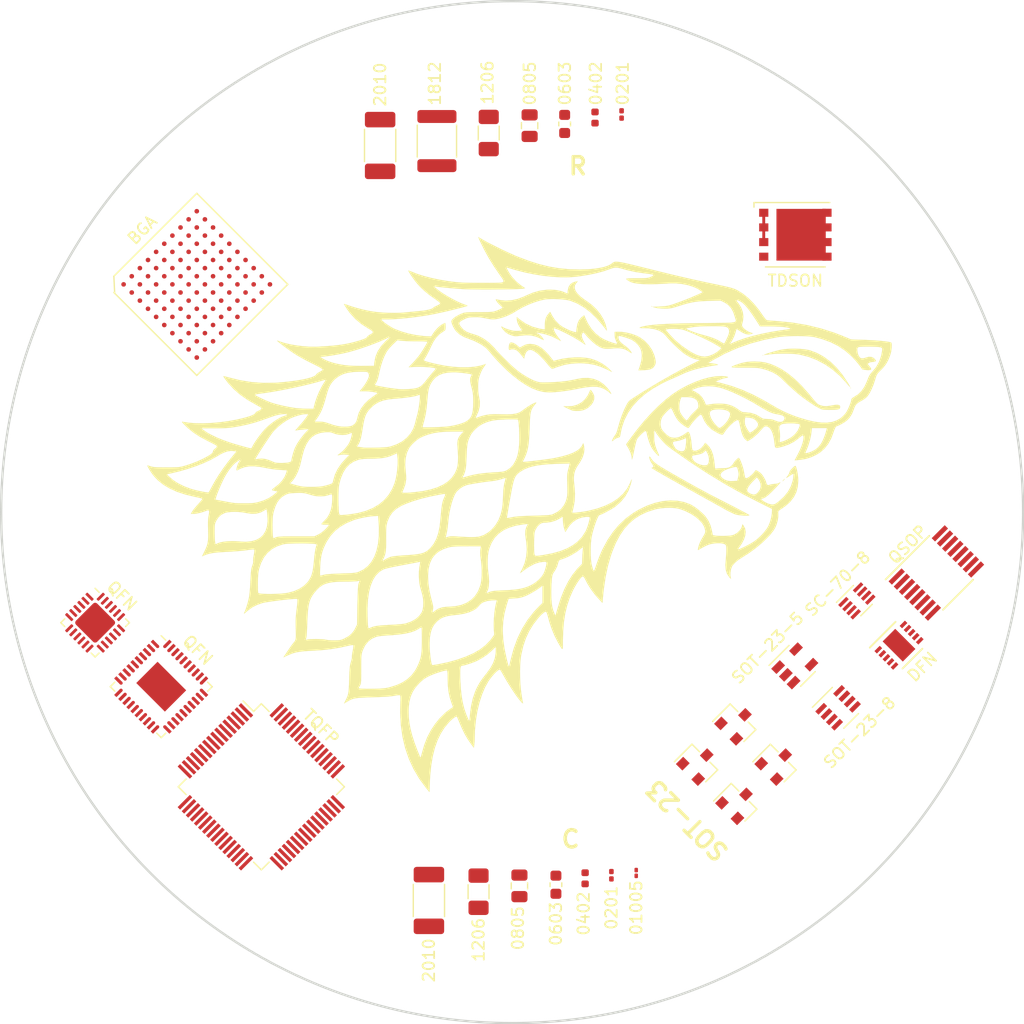
<source format=kicad_pcb>
(kicad_pcb (version 20171130) (host pcbnew "(5.0.0)")
  (layers (0 F.Cu signal) (31 B.Cu signal) (34 B.Paste user) (35 F.Paste user) (36 B.SilkS user) (37 F.SilkS user) (38 B.Mask user) (39 F.Mask user) (44 Edge.Cuts user))
  (net 0 "")
  (net 1 "Net-(R5-Pad1)")
  (net 2 "Net-(R5-Pad2)")
  (net 3 "Net-(R7-Pad2)")
  (net 4 "Net-(R7-Pad1)")
  (net 5 "Net-(R4-Pad1)")
  (net 6 "Net-(R4-Pad2)")
  (net 7 "Net-(R3-Pad1)")
  (net 8 "Net-(R3-Pad2)")
  (net 9 "Net-(R2-Pad1)")
  (net 10 "Net-(R2-Pad2)")
  (net 11 "Net-(R1-Pad1)")
  (net 12 "Net-(R1-Pad2)")
  (net 13 "Net-(Q6-Pad1)")
  (net 14 "Net-(Q3-Pad1)")
  (net 15 "Net-(Q3-Pad2)")
  (net 16 "Net-(Q3-Pad3)")
  (net 17 "Net-(Q2-Pad1)")
  (net 18 "Net-(Q2-Pad2)")
  (net 19 "Net-(Q2-Pad3)")
  (net 20 "Net-(Q4-Pad1)")
  (net 21 "Net-(Q4-Pad2)")
  (net 22 "Net-(Q4-Pad3)")
  (net 23 "Net-(Q5-Pad3)")
  (net 24 "Net-(Q5-Pad2)")
  (net 25 "Net-(Q5-Pad1)")
  (net 26 "Net-(Q7-Pad1)")
  (net 27 "Net-(Q7-Pad2)")
  (net 28 "Net-(Q7-Pad3)")
  (net 29 "Net-(Q1-Pad1)")
  (net 30 "Net-(U1-Pad1)")
  (net 31 "Net-(U1-Pad2)")
  (net 32 "Net-(U1-Pad3)")
  (net 33 "Net-(U1-Pad4)")
  (net 34 "Net-(U1-Pad5)")
  (net 35 "Net-(U5-Pad1)")
  (net 36 "Net-(U5-Pad2)")
  (net 37 "Net-(U5-Pad3)")
  (net 38 "Net-(U5-Pad4)")
  (net 39 "Net-(U5-Pad5)")
  (net 40 "Net-(U5-Pad6)")
  (net 41 "Net-(U5-Pad7)")
  (net 42 "Net-(U5-Pad8)")
  (net 43 "Net-(U5-Pad9)")
  (net 44 "Net-(U5-Pad10)")
  (net 45 "Net-(U5-Pad11)")
  (net 46 "Net-(U5-Pad12)")
  (net 47 "Net-(U5-Pad13)")
  (net 48 "Net-(U5-Pad14)")
  (net 49 "Net-(U5-Pad15)")
  (net 50 "Net-(U5-Pad16)")
  (net 51 "Net-(C7-Pad1)")
  (net 52 "Net-(C7-Pad2)")
  (net 53 "Net-(C6-Pad1)")
  (net 54 "Net-(C6-Pad2)")
  (net 55 "Net-(C4-Pad1)")
  (net 56 "Net-(C4-Pad2)")
  (net 57 "Net-(C3-Pad1)")
  (net 58 "Net-(C3-Pad2)")
  (net 59 "Net-(C2-Pad1)")
  (net 60 "Net-(C2-Pad2)")
  (net 61 "Net-(C1-Pad1)")
  (net 62 "Net-(C1-Pad2)")
  (net 63 "Net-(C5-Pad1)")
  (net 64 "Net-(C5-Pad2)")
  (net 65 "Net-(R6-Pad1)")
  (net 66 "Net-(R6-Pad2)")
  (net 67 "Net-(Q6-Pad3)")
  (net 68 "Net-(Q6-Pad2)")
  (net 69 "Net-(U6-Pad1)")
  (net 70 "Net-(U6-Pad2)")
  (net 71 "Net-(U6-Pad3)")
  (net 72 "Net-(U6-Pad4)")
  (net 73 "Net-(U6-Pad5)")
  (net 74 "Net-(U6-Pad6)")
  (net 75 "Net-(U6-Pad7)")
  (net 76 "Net-(U6-Pad8)")
  (net 77 "Net-(U6-Pad9)")
  (net 78 "Net-(U6-Pad10)")
  (net 79 "Net-(U6-Pad11)")
  (net 80 "Net-(U2-Pad1)")
  (net 81 "Net-(U2-Pad2)")
  (net 82 "Net-(U2-Pad3)")
  (net 83 "Net-(U2-Pad4)")
  (net 84 "Net-(U2-Pad5)")
  (net 85 "Net-(U2-Pad6)")
  (net 86 "Net-(U2-Pad7)")
  (net 87 "Net-(U2-Pad8)")
  (net 88 "Net-(U2-Pad9)")
  (net 89 "Net-(U2-Pad10)")
  (net 90 "Net-(U2-Pad11)")
  (net 91 "Net-(U2-Pad12)")
  (net 92 "Net-(U2-Pad13)")
  (net 93 "Net-(U2-Pad14)")
  (net 94 "Net-(U2-Pad15)")
  (net 95 "Net-(U2-Pad16)")
  (net 96 "Net-(U2-Pad17)")
  (net 97 "Net-(U2-Pad18)")
  (net 98 "Net-(U2-Pad19)")
  (net 99 "Net-(U2-Pad20)")
  (net 100 "Net-(U2-Pad21)")
  (net 101 "Net-(U2-Pad22)")
  (net 102 "Net-(U2-Pad23)")
  (net 103 "Net-(U2-Pad24)")
  (net 104 "Net-(U2-Pad25)")
  (net 105 "Net-(U2-Pad26)")
  (net 106 "Net-(U2-Pad27)")
  (net 107 "Net-(U2-Pad28)")
  (net 108 "Net-(U2-Pad29)")
  (net 109 "Net-(U2-Pad30)")
  (net 110 "Net-(U2-Pad31)")
  (net 111 "Net-(U2-Pad32)")
  (net 112 "Net-(U2-Pad33)")
  (net 113 "Net-(U2-Pad34)")
  (net 114 "Net-(U2-Pad35)")
  (net 115 "Net-(U2-Pad36)")
  (net 116 "Net-(U2-Pad37)")
  (net 117 "Net-(U2-Pad38)")
  (net 118 "Net-(U2-Pad39)")
  (net 119 "Net-(U2-Pad40)")
  (net 120 "Net-(U2-Pad41)")
  (net 121 "Net-(U3-Pad1)")
  (net 122 "Net-(U3-Pad2)")
  (net 123 "Net-(U3-Pad3)")
  (net 124 "Net-(U3-Pad4)")
  (net 125 "Net-(U3-Pad5)")
  (net 126 "Net-(U3-Pad6)")
  (net 127 "Net-(U3-Pad7)")
  (net 128 "Net-(U3-Pad8)")
  (net 129 "Net-(U3-Pad9)")
  (net 130 "Net-(U3-Pad10)")
  (net 131 "Net-(U3-Pad11)")
  (net 132 "Net-(U3-Pad12)")
  (net 133 "Net-(U3-Pad13)")
  (net 134 "Net-(U3-Pad14)")
  (net 135 "Net-(U3-Pad15)")
  (net 136 "Net-(U3-Pad16)")
  (net 137 "Net-(U3-Pad17)")
  (net 138 "Net-(U3-Pad18)")
  (net 139 "Net-(U3-Pad19)")
  (net 140 "Net-(U3-Pad20)")
  (net 141 "Net-(U7-Pad1)")
  (net 142 "Net-(U7-Pad2)")
  (net 143 "Net-(U7-Pad3)")
  (net 144 "Net-(U7-Pad4)")
  (net 145 "Net-(U7-Pad5)")
  (net 146 "Net-(U1-Pad8)")
  (net 147 "Net-(U1-Pad9)")
  (net 148 "Net-(U1-Pad10)")
  (net 149 "Net-(U1-Pad6)")
  (net 150 "Net-(U1-Pad13)")
  (net 151 "Net-(U1-Pad7)")
  (net 152 "Net-(U1-Pad14)")
  (net 153 "Net-(Q1-Pad4)")
  (net 154 "Net-(Q1-Pad5)")
  (net 155 "Net-(U3-Pad21)")
  (net 156 "Net-(U3-Pad22)")
  (net 157 "Net-(U3-Pad23)")
  (net 158 "Net-(U3-Pad24)")
  (net 159 "Net-(U3-Pad25)")
  (net 160 "Net-(U3-Pad26)")
  (net 161 "Net-(U3-Pad27)")
  (net 162 "Net-(U3-Pad29)")
  (net 163 "Net-(U3-Pad30)")
  (net 164 "Net-(U3-Pad31)")
  (net 165 "Net-(U3-Pad32)")
  (net 166 "Net-(U3-Pad33)")
  (net 167 "Net-(U3-Pad34)")
  (net 168 "Net-(U3-Pad35)")
  (net 169 "Net-(U3-Pad36)")
  (net 170 "Net-(U3-Pad37)")
  (net 171 "Net-(U3-Pad38)")
  (net 172 "Net-(U3-Pad39)")
  (net 173 "Net-(U3-Pad40)")
  (net 174 "Net-(U3-Pad41)")
  (net 175 "Net-(U3-Pad42)")
  (net 176 "Net-(U3-Pad43)")
  (net 177 "Net-(U3-Pad44)")
  (net 178 "Net-(U3-Pad45)")
  (net 179 "Net-(U3-Pad46)")
  (net 180 "Net-(U3-Pad47)")
  (net 181 "Net-(U3-Pad48)")
  (net 182 "Net-(U3-Pad49)")
  (net 183 "Net-(U3-Pad50)")
  (net 184 "Net-(U3-Pad51)")
  (net 185 "Net-(U3-Pad52)")
  (net 186 "Net-(U3-Pad53)")
  (net 187 "Net-(U3-Pad54)")
  (net 188 "Net-(U3-Pad55)")
  (net 189 "Net-(U3-Pad56)")
  (net 190 "Net-(U3-Pad57)")
  (net 191 "Net-(U3-Pad58)")
  (net 192 "Net-(U3-Pad59)")
  (net 193 "Net-(U3-Pad60)")
  (net 194 "Net-(U3-Pad61)")
  (net 195 "Net-(U3-Pad62)")
  (net 196 "Net-(U3-Pad63)")
  (net 197 "Net-(U3-Pad64)")
  (net 198 "Net-(U1-Pad25)")
  (net 199 "Net-(U1-Pad11)")
  (net 200 "Net-(U1-Pad12)")
  (net 201 "Net-(U1-Pad15)")
  (net 202 "Net-(U1-Pad16)")
  (net 203 "Net-(U1-Pad17)")
  (net 204 "Net-(U1-Pad18)")
  (net 205 "Net-(U1-Pad19)")
  (net 206 "Net-(U1-Pad20)")
  (net 207 "Net-(U1-Pad21)")
  (net 208 "Net-(U1-Pad22)")
  (net 209 "Net-(U1-Pad23)")
  (net 210 "Net-(U1-Pad24)")
  (net 211 "Net-(U4-PadA1)")
  (net 212 "Net-(U4-PadB1)")
  (net 213 "Net-(U4-PadC1)")
  (net 214 "Net-(U4-PadD1)")
  (net 215 "Net-(U4-PadE1)")
  (net 216 "Net-(U4-PadF1)")
  (net 217 "Net-(U4-PadG1)")
  (net 218 "Net-(U4-PadH1)")
  (net 219 "Net-(U4-PadJ1)")
  (net 220 "Net-(U4-PadK1)")
  (net 221 "Net-(U4-PadA2)")
  (net 222 "Net-(U4-PadB2)")
  (net 223 "Net-(U4-PadC2)")
  (net 224 "Net-(U4-PadD2)")
  (net 225 "Net-(U4-PadE2)")
  (net 226 "Net-(U4-PadF2)")
  (net 227 "Net-(U4-PadG2)")
  (net 228 "Net-(U4-PadH2)")
  (net 229 "Net-(U4-PadJ2)")
  (net 230 "Net-(U4-PadK2)")
  (net 231 "Net-(U4-PadA3)")
  (net 232 "Net-(U4-PadB3)")
  (net 233 "Net-(U4-PadC3)")
  (net 234 "Net-(U4-PadD3)")
  (net 235 "Net-(U4-PadE3)")
  (net 236 "Net-(U4-PadF3)")
  (net 237 "Net-(U4-PadG3)")
  (net 238 "Net-(U4-PadH3)")
  (net 239 "Net-(U4-PadJ3)")
  (net 240 "Net-(U4-PadK3)")
  (net 241 "Net-(U4-PadA4)")
  (net 242 "Net-(U4-PadB4)")
  (net 243 "Net-(U4-PadC4)")
  (net 244 "Net-(U4-PadD4)")
  (net 245 "Net-(U4-PadE4)")
  (net 246 "Net-(U4-PadF4)")
  (net 247 "Net-(U4-PadG4)")
  (net 248 "Net-(U4-PadH4)")
  (net 249 "Net-(U4-PadJ4)")
  (net 250 "Net-(U4-PadK4)")
  (net 251 "Net-(U4-PadA5)")
  (net 252 "Net-(U4-PadB5)")
  (net 253 "Net-(U4-PadC5)")
  (net 254 "Net-(U4-PadD5)")
  (net 255 "Net-(U4-PadE5)")
  (net 256 "Net-(U4-PadF5)")
  (net 257 "Net-(U4-PadG5)")
  (net 258 "Net-(U4-PadH5)")
  (net 259 "Net-(U4-PadJ5)")
  (net 260 "Net-(U4-PadK5)")
  (net 261 "Net-(U4-PadA6)")
  (net 262 "Net-(U4-PadB6)")
  (net 263 "Net-(U4-PadC6)")
  (net 264 "Net-(U4-PadD6)")
  (net 265 "Net-(U4-PadE6)")
  (net 266 "Net-(U4-PadF6)")
  (net 267 "Net-(U4-PadG6)")
  (net 268 "Net-(U4-PadH6)")
  (net 269 "Net-(U4-PadJ6)")
  (net 270 "Net-(U4-PadK6)")
  (net 271 "Net-(U4-PadA7)")
  (net 272 "Net-(U4-PadB7)")
  (net 273 "Net-(U4-PadC7)")
  (net 274 "Net-(U4-PadD7)")
  (net 275 "Net-(U4-PadE7)")
  (net 276 "Net-(U4-PadF7)")
  (net 277 "Net-(U4-PadG7)")
  (net 278 "Net-(U4-PadH7)")
  (net 279 "Net-(U4-PadJ7)")
  (net 280 "Net-(U4-PadK7)")
  (net 281 "Net-(U4-PadA8)")
  (net 282 "Net-(U4-PadB8)")
  (net 283 "Net-(U4-PadC8)")
  (net 284 "Net-(U4-PadD8)")
  (net 285 "Net-(U4-PadE8)")
  (net 286 "Net-(U4-PadF8)")
  (net 287 "Net-(U4-PadG8)")
  (net 288 "Net-(U4-PadH8)")
  (net 289 "Net-(U4-PadJ8)")
  (net 290 "Net-(U4-PadK8)")
  (net 291 "Net-(U4-PadA9)")
  (net 292 "Net-(U4-PadB9)")
  (net 293 "Net-(U4-PadC9)")
  (net 294 "Net-(U4-PadD9)")
  (net 295 "Net-(U4-PadE9)")
  (net 296 "Net-(U4-PadF9)")
  (net 297 "Net-(U4-PadG9)")
  (net 298 "Net-(U4-PadH9)")
  (net 299 "Net-(U4-PadJ9)")
  (net 300 "Net-(U4-PadK9)")
  (net 301 "Net-(U4-PadA10)")
  (net 302 "Net-(U4-PadB10)")
  (net 303 "Net-(U4-PadC10)")
  (net 304 "Net-(U4-PadD10)")
  (net 305 "Net-(U4-PadE10)")
  (net 306 "Net-(U4-PadF10)")
  (net 307 "Net-(U4-PadG10)")
  (net 308 "Net-(U4-PadH10)")
  (net 309 "Net-(U4-PadJ10)")
  (net 310 "Net-(U4-PadK10)")
  (module Package_DFN_QFN:DFN-10-1EP_3x3mm_P0.5mm_EP1.55x2.48mm (layer F.Cu) (at 173.355604 119.525125 45)
    (fp_text reference DFN (at 0.102192 2.770636 45) (layer F.SilkS))
    (fp_text value AD7171)
    (pad 1 smd rect (at -1.55 -1 45) (size 0.65 0.3) (layers F.Cu F.Paste F.Mask) (net 69 "Net-(U6-Pad1)"))
    (pad 2 smd rect (at -1.55 -0.5 45) (size 0.65 0.3) (layers F.Cu F.Paste F.Mask) (net 70 "Net-(U6-Pad2)"))
    (pad 3 smd rect (at -1.550001 0 45) (size 0.65 0.3) (layers F.Cu F.Paste F.Mask) (net 71 "Net-(U6-Pad3)"))
    (pad 4 smd rect (at -1.55 0.5 45) (size 0.65 0.3) (layers F.Cu F.Paste F.Mask) (net 72 "Net-(U6-Pad4)"))
    (pad 5 smd rect (at -1.55 1 45) (size 0.65 0.3) (layers F.Cu F.Paste F.Mask) (net 73 "Net-(U6-Pad5)"))
    (pad 6 smd rect (at 1.55 1 45) (size 0.65 0.3) (layers F.Cu F.Paste F.Mask) (net 74 "Net-(U6-Pad6)"))
    (pad 7 smd rect (at 1.55 0.5 45) (size 0.65 0.3) (layers F.Cu F.Paste F.Mask) (net 75 "Net-(U6-Pad7)"))
    (pad 8 smd rect (at 1.550001 0 45) (size 0.65 0.3) (layers F.Cu F.Paste F.Mask) (net 76 "Net-(U6-Pad8)"))
    (pad 9 smd rect (at 1.55 -0.5 45) (size 0.65 0.3) (layers F.Cu F.Paste F.Mask) (net 77 "Net-(U6-Pad9)"))
    (pad 10 smd rect (at 1.55 -1 45) (size 0.65 0.3) (layers F.Cu F.Paste F.Mask) (net 78 "Net-(U6-Pad10)"))
    (pad 11 smd rect (at 0 0 45) (size 1.55 2.48) (layers F.Cu F.Mask) (net 79 "Net-(U6-Pad11)"))
  )
  (module Package_BGA:BGA-100_11.0x11.0mm_Layout10x10_P1.0mm_Ball0.5mm_Pad0.4mm_NSMD (layer F.Cu) (at 112.268 88.138 45)
    (fp_text reference BGA (at 0 -6.7 45) (layer F.SilkS))
    (fp_text value EPM240F100)
    (pad A1 smd circle (at -4.5 -4.5 45) (size 0.4 0.4) (layers F.Cu F.Paste F.Mask) (net 211 "Net-(U4-PadA1)"))
    (pad B1 smd circle (at -4.5 -3.5 45) (size 0.4 0.4) (layers F.Cu F.Paste F.Mask) (net 212 "Net-(U4-PadB1)"))
    (pad C1 smd circle (at -4.5 -2.5 45) (size 0.4 0.4) (layers F.Cu F.Paste F.Mask) (net 213 "Net-(U4-PadC1)"))
    (pad D1 smd circle (at -4.5 -1.5 45) (size 0.4 0.4) (layers F.Cu F.Paste F.Mask) (net 214 "Net-(U4-PadD1)"))
    (pad E1 smd circle (at -4.5 -0.5 45) (size 0.4 0.4) (layers F.Cu F.Paste F.Mask) (net 215 "Net-(U4-PadE1)"))
    (pad F1 smd circle (at -4.5 0.5 45) (size 0.4 0.4) (layers F.Cu F.Paste F.Mask) (net 216 "Net-(U4-PadF1)"))
    (pad G1 smd circle (at -4.5 1.5 45) (size 0.4 0.4) (layers F.Cu F.Paste F.Mask) (net 217 "Net-(U4-PadG1)"))
    (pad H1 smd circle (at -4.5 2.5 45) (size 0.4 0.4) (layers F.Cu F.Paste F.Mask) (net 218 "Net-(U4-PadH1)"))
    (pad J1 smd circle (at -4.5 3.5 45) (size 0.4 0.4) (layers F.Cu F.Paste F.Mask) (net 219 "Net-(U4-PadJ1)"))
    (pad K1 smd circle (at -4.5 4.5 45) (size 0.4 0.4) (layers F.Cu F.Paste F.Mask) (net 220 "Net-(U4-PadK1)"))
    (pad A2 smd circle (at -3.5 -4.5 45) (size 0.4 0.4) (layers F.Cu F.Paste F.Mask) (net 221 "Net-(U4-PadA2)"))
    (pad B2 smd circle (at -3.5 -3.5 45) (size 0.4 0.4) (layers F.Cu F.Paste F.Mask) (net 222 "Net-(U4-PadB2)"))
    (pad C2 smd circle (at -3.5 -2.5 45) (size 0.4 0.4) (layers F.Cu F.Paste F.Mask) (net 223 "Net-(U4-PadC2)"))
    (pad D2 smd circle (at -3.5 -1.5 45) (size 0.4 0.4) (layers F.Cu F.Paste F.Mask) (net 224 "Net-(U4-PadD2)"))
    (pad E2 smd circle (at -3.5 -0.5 45) (size 0.4 0.4) (layers F.Cu F.Paste F.Mask) (net 225 "Net-(U4-PadE2)"))
    (pad F2 smd circle (at -3.5 0.5 45) (size 0.4 0.4) (layers F.Cu F.Paste F.Mask) (net 226 "Net-(U4-PadF2)"))
    (pad G2 smd circle (at -3.5 1.5 45) (size 0.4 0.4) (layers F.Cu F.Paste F.Mask) (net 227 "Net-(U4-PadG2)"))
    (pad H2 smd circle (at -3.5 2.5 45) (size 0.4 0.4) (layers F.Cu F.Paste F.Mask) (net 228 "Net-(U4-PadH2)"))
    (pad J2 smd circle (at -3.5 3.5 45) (size 0.4 0.4) (layers F.Cu F.Paste F.Mask) (net 229 "Net-(U4-PadJ2)"))
    (pad K2 smd circle (at -3.5 4.5 45) (size 0.4 0.4) (layers F.Cu F.Paste F.Mask) (net 230 "Net-(U4-PadK2)"))
    (pad A3 smd circle (at -2.5 -4.5 45) (size 0.4 0.4) (layers F.Cu F.Paste F.Mask) (net 231 "Net-(U4-PadA3)"))
    (pad B3 smd circle (at -2.5 -3.5 45) (size 0.4 0.4) (layers F.Cu F.Paste F.Mask) (net 232 "Net-(U4-PadB3)"))
    (pad C3 smd circle (at -2.5 -2.5 45) (size 0.4 0.4) (layers F.Cu F.Paste F.Mask) (net 233 "Net-(U4-PadC3)"))
    (pad D3 smd circle (at -2.5 -1.5 45) (size 0.4 0.4) (layers F.Cu F.Paste F.Mask) (net 234 "Net-(U4-PadD3)"))
    (pad E3 smd circle (at -2.5 -0.5 45) (size 0.4 0.4) (layers F.Cu F.Paste F.Mask) (net 235 "Net-(U4-PadE3)"))
    (pad F3 smd circle (at -2.5 0.5 45) (size 0.4 0.4) (layers F.Cu F.Paste F.Mask) (net 236 "Net-(U4-PadF3)"))
    (pad G3 smd circle (at -2.5 1.5 45) (size 0.4 0.4) (layers F.Cu F.Paste F.Mask) (net 237 "Net-(U4-PadG3)"))
    (pad H3 smd circle (at -2.5 2.5 45) (size 0.4 0.4) (layers F.Cu F.Paste F.Mask) (net 238 "Net-(U4-PadH3)"))
    (pad J3 smd circle (at -2.5 3.5 45) (size 0.4 0.4) (layers F.Cu F.Paste F.Mask) (net 239 "Net-(U4-PadJ3)"))
    (pad K3 smd circle (at -2.5 4.5 45) (size 0.4 0.4) (layers F.Cu F.Paste F.Mask) (net 240 "Net-(U4-PadK3)"))
    (pad A4 smd circle (at -1.5 -4.5 45) (size 0.4 0.4) (layers F.Cu F.Paste F.Mask) (net 241 "Net-(U4-PadA4)"))
    (pad B4 smd circle (at -1.5 -3.5 45) (size 0.4 0.4) (layers F.Cu F.Paste F.Mask) (net 242 "Net-(U4-PadB4)"))
    (pad C4 smd circle (at -1.5 -2.5 45) (size 0.4 0.4) (layers F.Cu F.Paste F.Mask) (net 243 "Net-(U4-PadC4)"))
    (pad D4 smd circle (at -1.5 -1.5 45) (size 0.4 0.4) (layers F.Cu F.Paste F.Mask) (net 244 "Net-(U4-PadD4)"))
    (pad E4 smd circle (at -1.5 -0.5 45) (size 0.4 0.4) (layers F.Cu F.Paste F.Mask) (net 245 "Net-(U4-PadE4)"))
    (pad F4 smd circle (at -1.5 0.5 45) (size 0.4 0.4) (layers F.Cu F.Paste F.Mask) (net 246 "Net-(U4-PadF4)"))
    (pad G4 smd circle (at -1.5 1.5 45) (size 0.4 0.4) (layers F.Cu F.Paste F.Mask) (net 247 "Net-(U4-PadG4)"))
    (pad H4 smd circle (at -1.5 2.5 45) (size 0.4 0.4) (layers F.Cu F.Paste F.Mask) (net 248 "Net-(U4-PadH4)"))
    (pad J4 smd circle (at -1.5 3.5 45) (size 0.4 0.4) (layers F.Cu F.Paste F.Mask) (net 249 "Net-(U4-PadJ4)"))
    (pad K4 smd circle (at -1.5 4.5 45) (size 0.4 0.4) (layers F.Cu F.Paste F.Mask) (net 250 "Net-(U4-PadK4)"))
    (pad A5 smd circle (at -0.5 -4.5 45) (size 0.4 0.4) (layers F.Cu F.Paste F.Mask) (net 251 "Net-(U4-PadA5)"))
    (pad B5 smd circle (at -0.5 -3.5 45) (size 0.4 0.4) (layers F.Cu F.Paste F.Mask) (net 252 "Net-(U4-PadB5)"))
    (pad C5 smd circle (at -0.5 -2.5 45) (size 0.4 0.4) (layers F.Cu F.Paste F.Mask) (net 253 "Net-(U4-PadC5)"))
    (pad D5 smd circle (at -0.5 -1.5 45) (size 0.4 0.4) (layers F.Cu F.Paste F.Mask) (net 254 "Net-(U4-PadD5)"))
    (pad E5 smd circle (at -0.5 -0.5 45) (size 0.4 0.4) (layers F.Cu F.Paste F.Mask) (net 255 "Net-(U4-PadE5)"))
    (pad F5 smd circle (at -0.5 0.5 45) (size 0.4 0.4) (layers F.Cu F.Paste F.Mask) (net 256 "Net-(U4-PadF5)"))
    (pad G5 smd circle (at -0.5 1.5 45) (size 0.4 0.4) (layers F.Cu F.Paste F.Mask) (net 257 "Net-(U4-PadG5)"))
    (pad H5 smd circle (at -0.5 2.5 45) (size 0.4 0.4) (layers F.Cu F.Paste F.Mask) (net 258 "Net-(U4-PadH5)"))
    (pad J5 smd circle (at -0.5 3.5 45) (size 0.4 0.4) (layers F.Cu F.Paste F.Mask) (net 259 "Net-(U4-PadJ5)"))
    (pad K5 smd circle (at -0.5 4.5 45) (size 0.4 0.4) (layers F.Cu F.Paste F.Mask) (net 260 "Net-(U4-PadK5)"))
    (pad A6 smd circle (at 0.5 -4.5 45) (size 0.4 0.4) (layers F.Cu F.Paste F.Mask) (net 261 "Net-(U4-PadA6)"))
    (pad B6 smd circle (at 0.5 -3.5 45) (size 0.4 0.4) (layers F.Cu F.Paste F.Mask) (net 262 "Net-(U4-PadB6)"))
    (pad C6 smd circle (at 0.5 -2.5 45) (size 0.4 0.4) (layers F.Cu F.Paste F.Mask) (net 263 "Net-(U4-PadC6)"))
    (pad D6 smd circle (at 0.5 -1.5 45) (size 0.4 0.4) (layers F.Cu F.Paste F.Mask) (net 264 "Net-(U4-PadD6)"))
    (pad E6 smd circle (at 0.5 -0.5 45) (size 0.4 0.4) (layers F.Cu F.Paste F.Mask) (net 265 "Net-(U4-PadE6)"))
    (pad F6 smd circle (at 0.5 0.5 45) (size 0.4 0.4) (layers F.Cu F.Paste F.Mask) (net 266 "Net-(U4-PadF6)"))
    (pad G6 smd circle (at 0.5 1.5 45) (size 0.4 0.4) (layers F.Cu F.Paste F.Mask) (net 267 "Net-(U4-PadG6)"))
    (pad H6 smd circle (at 0.5 2.5 45) (size 0.4 0.4) (layers F.Cu F.Paste F.Mask) (net 268 "Net-(U4-PadH6)"))
    (pad J6 smd circle (at 0.5 3.5 45) (size 0.4 0.4) (layers F.Cu F.Paste F.Mask) (net 269 "Net-(U4-PadJ6)"))
    (pad K6 smd circle (at 0.5 4.5 45) (size 0.4 0.4) (layers F.Cu F.Paste F.Mask) (net 270 "Net-(U4-PadK6)"))
    (pad A7 smd circle (at 1.5 -4.5 45) (size 0.4 0.4) (layers F.Cu F.Paste F.Mask) (net 271 "Net-(U4-PadA7)"))
    (pad B7 smd circle (at 1.5 -3.5 45) (size 0.4 0.4) (layers F.Cu F.Paste F.Mask) (net 272 "Net-(U4-PadB7)"))
    (pad C7 smd circle (at 1.5 -2.5 45) (size 0.4 0.4) (layers F.Cu F.Paste F.Mask) (net 273 "Net-(U4-PadC7)"))
    (pad D7 smd circle (at 1.5 -1.5 45) (size 0.4 0.4) (layers F.Cu F.Paste F.Mask) (net 274 "Net-(U4-PadD7)"))
    (pad E7 smd circle (at 1.5 -0.5 45) (size 0.4 0.4) (layers F.Cu F.Paste F.Mask) (net 275 "Net-(U4-PadE7)"))
    (pad F7 smd circle (at 1.5 0.5 45) (size 0.4 0.4) (layers F.Cu F.Paste F.Mask) (net 276 "Net-(U4-PadF7)"))
    (pad G7 smd circle (at 1.5 1.5 45) (size 0.4 0.4) (layers F.Cu F.Paste F.Mask) (net 277 "Net-(U4-PadG7)"))
    (pad H7 smd circle (at 1.5 2.5 45) (size 0.4 0.4) (layers F.Cu F.Paste F.Mask) (net 278 "Net-(U4-PadH7)"))
    (pad J7 smd circle (at 1.5 3.5 45) (size 0.4 0.4) (layers F.Cu F.Paste F.Mask) (net 279 "Net-(U4-PadJ7)"))
    (pad K7 smd circle (at 1.5 4.5 45) (size 0.4 0.4) (layers F.Cu F.Paste F.Mask) (net 280 "Net-(U4-PadK7)"))
    (pad A8 smd circle (at 2.5 -4.5 45) (size 0.4 0.4) (layers F.Cu F.Paste F.Mask) (net 281 "Net-(U4-PadA8)"))
    (pad B8 smd circle (at 2.5 -3.5 45) (size 0.4 0.4) (layers F.Cu F.Paste F.Mask) (net 282 "Net-(U4-PadB8)"))
    (pad C8 smd circle (at 2.5 -2.5 45) (size 0.4 0.4) (layers F.Cu F.Paste F.Mask) (net 283 "Net-(U4-PadC8)"))
    (pad D8 smd circle (at 2.5 -1.5 45) (size 0.4 0.4) (layers F.Cu F.Paste F.Mask) (net 284 "Net-(U4-PadD8)"))
    (pad E8 smd circle (at 2.5 -0.5 45) (size 0.4 0.4) (layers F.Cu F.Paste F.Mask) (net 285 "Net-(U4-PadE8)"))
    (pad F8 smd circle (at 2.5 0.5 45) (size 0.4 0.4) (layers F.Cu F.Paste F.Mask) (net 286 "Net-(U4-PadF8)"))
    (pad G8 smd circle (at 2.5 1.5 45) (size 0.4 0.4) (layers F.Cu F.Paste F.Mask) (net 287 "Net-(U4-PadG8)"))
    (pad H8 smd circle (at 2.5 2.5 45) (size 0.4 0.4) (layers F.Cu F.Paste F.Mask) (net 288 "Net-(U4-PadH8)"))
    (pad J8 smd circle (at 2.5 3.5 45) (size 0.4 0.4) (layers F.Cu F.Paste F.Mask) (net 289 "Net-(U4-PadJ8)"))
    (pad K8 smd circle (at 2.5 4.5 45) (size 0.4 0.4) (layers F.Cu F.Paste F.Mask) (net 290 "Net-(U4-PadK8)"))
    (pad A9 smd circle (at 3.5 -4.5 45) (size 0.4 0.4) (layers F.Cu F.Paste F.Mask) (net 291 "Net-(U4-PadA9)"))
    (pad B9 smd circle (at 3.5 -3.5 45) (size 0.4 0.4) (layers F.Cu F.Paste F.Mask) (net 292 "Net-(U4-PadB9)"))
    (pad C9 smd circle (at 3.5 -2.5 45) (size 0.4 0.4) (layers F.Cu F.Paste F.Mask) (net 293 "Net-(U4-PadC9)"))
    (pad D9 smd circle (at 3.5 -1.5 45) (size 0.4 0.4) (layers F.Cu F.Paste F.Mask) (net 294 "Net-(U4-PadD9)"))
    (pad E9 smd circle (at 3.5 -0.5 45) (size 0.4 0.4) (layers F.Cu F.Paste F.Mask) (net 295 "Net-(U4-PadE9)"))
    (pad F9 smd circle (at 3.5 0.5 45) (size 0.4 0.4) (layers F.Cu F.Paste F.Mask) (net 296 "Net-(U4-PadF9)"))
    (pad G9 smd circle (at 3.5 1.5 45) (size 0.4 0.4) (layers F.Cu F.Paste F.Mask) (net 297 "Net-(U4-PadG9)"))
    (pad H9 smd circle (at 3.5 2.5 45) (size 0.4 0.4) (layers F.Cu F.Paste F.Mask) (net 298 "Net-(U4-PadH9)"))
    (pad J9 smd circle (at 3.5 3.5 45) (size 0.4 0.4) (layers F.Cu F.Paste F.Mask) (net 299 "Net-(U4-PadJ9)"))
    (pad K9 smd circle (at 3.5 4.5 45) (size 0.4 0.4) (layers F.Cu F.Paste F.Mask) (net 300 "Net-(U4-PadK9)"))
    (pad A10 smd circle (at 4.5 -4.5 45) (size 0.4 0.4) (layers F.Cu F.Paste F.Mask) (net 301 "Net-(U4-PadA10)"))
    (pad B10 smd circle (at 4.5 -3.5 45) (size 0.4 0.4) (layers F.Cu F.Paste F.Mask) (net 302 "Net-(U4-PadB10)"))
    (pad C10 smd circle (at 4.5 -2.5 45) (size 0.4 0.4) (layers F.Cu F.Paste F.Mask) (net 303 "Net-(U4-PadC10)"))
    (pad D10 smd circle (at 4.5 -1.5 45) (size 0.4 0.4) (layers F.Cu F.Paste F.Mask) (net 304 "Net-(U4-PadD10)"))
    (pad E10 smd circle (at 4.5 -0.5 45) (size 0.4 0.4) (layers F.Cu F.Paste F.Mask) (net 305 "Net-(U4-PadE10)"))
    (pad F10 smd circle (at 4.5 0.5 45) (size 0.4 0.4) (layers F.Cu F.Paste F.Mask) (net 306 "Net-(U4-PadF10)"))
    (pad G10 smd circle (at 4.5 1.5 45) (size 0.4 0.4) (layers F.Cu F.Paste F.Mask) (net 307 "Net-(U4-PadG10)"))
    (pad H10 smd circle (at 4.5 2.5 45) (size 0.4 0.4) (layers F.Cu F.Paste F.Mask) (net 308 "Net-(U4-PadH10)"))
    (pad J10 smd circle (at 4.5 3.5 45) (size 0.4 0.4) (layers F.Cu F.Paste F.Mask) (net 309 "Net-(U4-PadJ10)"))
    (pad K10 smd circle (at 4.5 4.5 45) (size 0.4 0.4) (layers F.Cu F.Paste F.Mask) (net 310 "Net-(U4-PadK10)"))
  )
  (module Package_SO:QSOP-16_3.9x4.9mm_P0.635mm (layer F.Cu) (at 176.603699 113.244956 45)
    (fp_text reference QSOP (at 0 -3.5 45) (layer F.SilkS))
    (fp_text value MAX1113)
    (pad 1 smd rect (at -2.6543 -2.2225 45) (size 1.6 0.41) (layers F.Cu F.Paste F.Mask) (net 35 "Net-(U5-Pad1)"))
    (pad 2 smd rect (at -2.654301 -1.5875 45) (size 1.6 0.41) (layers F.Cu F.Paste F.Mask) (net 36 "Net-(U5-Pad2)"))
    (pad 3 smd rect (at -2.6543 -0.9525 45) (size 1.6 0.41) (layers F.Cu F.Paste F.Mask) (net 37 "Net-(U5-Pad3)"))
    (pad 4 smd rect (at -2.6543 -0.3175 45) (size 1.6 0.41) (layers F.Cu F.Paste F.Mask) (net 38 "Net-(U5-Pad4)"))
    (pad 5 smd rect (at -2.6543 0.3175 45) (size 1.6 0.41) (layers F.Cu F.Paste F.Mask) (net 39 "Net-(U5-Pad5)"))
    (pad 6 smd rect (at -2.6543 0.9525 45) (size 1.6 0.41) (layers F.Cu F.Paste F.Mask) (net 40 "Net-(U5-Pad6)"))
    (pad 7 smd rect (at -2.654301 1.5875 45) (size 1.6 0.41) (layers F.Cu F.Paste F.Mask) (net 41 "Net-(U5-Pad7)"))
    (pad 8 smd rect (at -2.6543 2.2225 45) (size 1.6 0.41) (layers F.Cu F.Paste F.Mask) (net 42 "Net-(U5-Pad8)"))
    (pad 9 smd rect (at 2.6543 2.2225 45) (size 1.6 0.41) (layers F.Cu F.Paste F.Mask) (net 43 "Net-(U5-Pad9)"))
    (pad 10 smd rect (at 2.654301 1.5875 45) (size 1.6 0.41) (layers F.Cu F.Paste F.Mask) (net 44 "Net-(U5-Pad10)"))
    (pad 11 smd rect (at 2.6543 0.9525 45) (size 1.6 0.41) (layers F.Cu F.Paste F.Mask) (net 45 "Net-(U5-Pad11)"))
    (pad 12 smd rect (at 2.6543 0.3175 45) (size 1.6 0.41) (layers F.Cu F.Paste F.Mask) (net 46 "Net-(U5-Pad12)"))
    (pad 13 smd rect (at 2.6543 -0.3175 45) (size 1.6 0.41) (layers F.Cu F.Paste F.Mask) (net 47 "Net-(U5-Pad13)"))
    (pad 14 smd rect (at 2.6543 -0.9525 45) (size 1.6 0.41) (layers F.Cu F.Paste F.Mask) (net 48 "Net-(U5-Pad14)"))
    (pad 15 smd rect (at 2.654301 -1.5875 45) (size 1.6 0.41) (layers F.Cu F.Paste F.Mask) (net 49 "Net-(U5-Pad15)"))
    (pad 16 smd rect (at 2.6543 -2.2225 45) (size 1.6 0.41) (layers F.Cu F.Paste F.Mask) (net 50 "Net-(U5-Pad16)"))
  )
  (module Package_QFP:TQFP-64_10x10mm_P0.5mm (layer F.Cu) (at 117.885057 131.844775 315)
    (fp_text reference TQFP (at 0 -7.35 315) (layer F.SilkS))
    (fp_text value ADS1298_TQFP)
    (pad 1 smd rect (at -5.65 -3.75 315) (size 1.5 0.3) (layers F.Cu F.Paste F.Mask) (net 121 "Net-(U3-Pad1)"))
    (pad 2 smd rect (at -5.65 -3.25 315) (size 1.5 0.3) (layers F.Cu F.Paste F.Mask) (net 122 "Net-(U3-Pad2)"))
    (pad 3 smd rect (at -5.65 -2.75 315) (size 1.5 0.3) (layers F.Cu F.Paste F.Mask) (net 123 "Net-(U3-Pad3)"))
    (pad 4 smd rect (at -5.65 -2.25 315) (size 1.5 0.3) (layers F.Cu F.Paste F.Mask) (net 124 "Net-(U3-Pad4)"))
    (pad 5 smd rect (at -5.65 -1.75 315) (size 1.5 0.3) (layers F.Cu F.Paste F.Mask) (net 125 "Net-(U3-Pad5)"))
    (pad 6 smd rect (at -5.65 -1.25 315) (size 1.5 0.3) (layers F.Cu F.Paste F.Mask) (net 126 "Net-(U3-Pad6)"))
    (pad 7 smd rect (at -5.65 -0.75 315) (size 1.5 0.3) (layers F.Cu F.Paste F.Mask) (net 127 "Net-(U3-Pad7)"))
    (pad 8 smd rect (at -5.65 -0.25 315) (size 1.5 0.3) (layers F.Cu F.Paste F.Mask) (net 128 "Net-(U3-Pad8)"))
    (pad 9 smd rect (at -5.65 0.25 315) (size 1.5 0.3) (layers F.Cu F.Paste F.Mask) (net 129 "Net-(U3-Pad9)"))
    (pad 10 smd rect (at -5.65 0.75 315) (size 1.5 0.3) (layers F.Cu F.Paste F.Mask) (net 130 "Net-(U3-Pad10)"))
    (pad 11 smd rect (at -5.65 1.25 315) (size 1.5 0.3) (layers F.Cu F.Paste F.Mask) (net 131 "Net-(U3-Pad11)"))
    (pad 12 smd rect (at -5.65 1.75 315) (size 1.5 0.3) (layers F.Cu F.Paste F.Mask) (net 132 "Net-(U3-Pad12)"))
    (pad 13 smd rect (at -5.65 2.25 315) (size 1.5 0.3) (layers F.Cu F.Paste F.Mask) (net 133 "Net-(U3-Pad13)"))
    (pad 14 smd rect (at -5.65 2.75 315) (size 1.5 0.3) (layers F.Cu F.Paste F.Mask) (net 134 "Net-(U3-Pad14)"))
    (pad 15 smd rect (at -5.65 3.25 315) (size 1.5 0.3) (layers F.Cu F.Paste F.Mask) (net 135 "Net-(U3-Pad15)"))
    (pad 16 smd rect (at -5.65 3.75 315) (size 1.5 0.3) (layers F.Cu F.Paste F.Mask) (net 136 "Net-(U3-Pad16)"))
    (pad 17 smd rect (at -3.75 5.65 315) (size 0.3 1.5) (layers F.Cu F.Paste F.Mask) (net 137 "Net-(U3-Pad17)"))
    (pad 18 smd rect (at -3.25 5.65 315) (size 0.3 1.5) (layers F.Cu F.Paste F.Mask) (net 138 "Net-(U3-Pad18)"))
    (pad 19 smd rect (at -2.75 5.65 315) (size 0.3 1.5) (layers F.Cu F.Paste F.Mask) (net 139 "Net-(U3-Pad19)"))
    (pad 20 smd rect (at -2.25 5.65 315) (size 0.3 1.5) (layers F.Cu F.Paste F.Mask) (net 140 "Net-(U3-Pad20)"))
    (pad 21 smd rect (at -1.75 5.65 315) (size 0.3 1.5) (layers F.Cu F.Paste F.Mask) (net 155 "Net-(U3-Pad21)"))
    (pad 22 smd rect (at -1.25 5.65 315) (size 0.3 1.5) (layers F.Cu F.Paste F.Mask) (net 156 "Net-(U3-Pad22)"))
    (pad 23 smd rect (at -0.75 5.65 315) (size 0.3 1.5) (layers F.Cu F.Paste F.Mask) (net 157 "Net-(U3-Pad23)"))
    (pad 24 smd rect (at -0.25 5.65 315) (size 0.3 1.5) (layers F.Cu F.Paste F.Mask) (net 158 "Net-(U3-Pad24)"))
    (pad 25 smd rect (at 0.25 5.65 315) (size 0.3 1.5) (layers F.Cu F.Paste F.Mask) (net 159 "Net-(U3-Pad25)"))
    (pad 26 smd rect (at 0.75 5.65 315) (size 0.3 1.5) (layers F.Cu F.Paste F.Mask) (net 160 "Net-(U3-Pad26)"))
    (pad 27 smd rect (at 1.25 5.65 315) (size 0.3 1.5) (layers F.Cu F.Paste F.Mask) (net 161 "Net-(U3-Pad27)"))
    (pad 28 smd rect (at 1.75 5.65 315) (size 0.3 1.5) (layers F.Cu F.Paste F.Mask))
    (pad 29 smd rect (at 2.25 5.65 315) (size 0.3 1.5) (layers F.Cu F.Paste F.Mask) (net 162 "Net-(U3-Pad29)"))
    (pad 30 smd rect (at 2.75 5.65 315) (size 0.3 1.5) (layers F.Cu F.Paste F.Mask) (net 163 "Net-(U3-Pad30)"))
    (pad 31 smd rect (at 3.25 5.65 315) (size 0.3 1.5) (layers F.Cu F.Paste F.Mask) (net 164 "Net-(U3-Pad31)"))
    (pad 32 smd rect (at 3.75 5.65 315) (size 0.3 1.5) (layers F.Cu F.Paste F.Mask) (net 165 "Net-(U3-Pad32)"))
    (pad 33 smd rect (at 5.65 3.75 315) (size 1.5 0.3) (layers F.Cu F.Paste F.Mask) (net 166 "Net-(U3-Pad33)"))
    (pad 34 smd rect (at 5.65 3.25 315) (size 1.5 0.3) (layers F.Cu F.Paste F.Mask) (net 167 "Net-(U3-Pad34)"))
    (pad 35 smd rect (at 5.65 2.75 315) (size 1.5 0.3) (layers F.Cu F.Paste F.Mask) (net 168 "Net-(U3-Pad35)"))
    (pad 36 smd rect (at 5.65 2.25 315) (size 1.5 0.3) (layers F.Cu F.Paste F.Mask) (net 169 "Net-(U3-Pad36)"))
    (pad 37 smd rect (at 5.65 1.75 315) (size 1.5 0.3) (layers F.Cu F.Paste F.Mask) (net 170 "Net-(U3-Pad37)"))
    (pad 38 smd rect (at 5.65 1.25 315) (size 1.5 0.3) (layers F.Cu F.Paste F.Mask) (net 171 "Net-(U3-Pad38)"))
    (pad 39 smd rect (at 5.65 0.75 315) (size 1.5 0.3) (layers F.Cu F.Paste F.Mask) (net 172 "Net-(U3-Pad39)"))
    (pad 40 smd rect (at 5.65 0.25 315) (size 1.5 0.3) (layers F.Cu F.Paste F.Mask) (net 173 "Net-(U3-Pad40)"))
    (pad 41 smd rect (at 5.65 -0.25 315) (size 1.5 0.3) (layers F.Cu F.Paste F.Mask) (net 174 "Net-(U3-Pad41)"))
    (pad 42 smd rect (at 5.65 -0.75 315) (size 1.5 0.3) (layers F.Cu F.Paste F.Mask) (net 175 "Net-(U3-Pad42)"))
    (pad 43 smd rect (at 5.65 -1.25 315) (size 1.5 0.3) (layers F.Cu F.Paste F.Mask) (net 176 "Net-(U3-Pad43)"))
    (pad 44 smd rect (at 5.65 -1.75 315) (size 1.5 0.3) (layers F.Cu F.Paste F.Mask) (net 177 "Net-(U3-Pad44)"))
    (pad 45 smd rect (at 5.65 -2.25 315) (size 1.5 0.3) (layers F.Cu F.Paste F.Mask) (net 178 "Net-(U3-Pad45)"))
    (pad 46 smd rect (at 5.65 -2.75 315) (size 1.5 0.3) (layers F.Cu F.Paste F.Mask) (net 179 "Net-(U3-Pad46)"))
    (pad 47 smd rect (at 5.65 -3.25 315) (size 1.5 0.3) (layers F.Cu F.Paste F.Mask) (net 180 "Net-(U3-Pad47)"))
    (pad 48 smd rect (at 5.65 -3.75 315) (size 1.5 0.3) (layers F.Cu F.Paste F.Mask) (net 181 "Net-(U3-Pad48)"))
    (pad 49 smd rect (at 3.75 -5.65 315) (size 0.3 1.5) (layers F.Cu F.Paste F.Mask) (net 182 "Net-(U3-Pad49)"))
    (pad 50 smd rect (at 3.25 -5.65 315) (size 0.3 1.5) (layers F.Cu F.Paste F.Mask) (net 183 "Net-(U3-Pad50)"))
    (pad 51 smd rect (at 2.75 -5.65 315) (size 0.3 1.5) (layers F.Cu F.Paste F.Mask) (net 184 "Net-(U3-Pad51)"))
    (pad 52 smd rect (at 2.25 -5.65 315) (size 0.3 1.5) (layers F.Cu F.Paste F.Mask) (net 185 "Net-(U3-Pad52)"))
    (pad 53 smd rect (at 1.75 -5.65 315) (size 0.3 1.5) (layers F.Cu F.Paste F.Mask) (net 186 "Net-(U3-Pad53)"))
    (pad 54 smd rect (at 1.25 -5.65 315) (size 0.3 1.5) (layers F.Cu F.Paste F.Mask) (net 187 "Net-(U3-Pad54)"))
    (pad 55 smd rect (at 0.75 -5.65 315) (size 0.3 1.5) (layers F.Cu F.Paste F.Mask) (net 188 "Net-(U3-Pad55)"))
    (pad 56 smd rect (at 0.25 -5.65 315) (size 0.3 1.5) (layers F.Cu F.Paste F.Mask) (net 189 "Net-(U3-Pad56)"))
    (pad 57 smd rect (at -0.25 -5.65 315) (size 0.3 1.5) (layers F.Cu F.Paste F.Mask) (net 190 "Net-(U3-Pad57)"))
    (pad 58 smd rect (at -0.75 -5.65 315) (size 0.3 1.5) (layers F.Cu F.Paste F.Mask) (net 191 "Net-(U3-Pad58)"))
    (pad 59 smd rect (at -1.25 -5.65 315) (size 0.3 1.5) (layers F.Cu F.Paste F.Mask) (net 192 "Net-(U3-Pad59)"))
    (pad 60 smd rect (at -1.75 -5.65 315) (size 0.3 1.5) (layers F.Cu F.Paste F.Mask) (net 193 "Net-(U3-Pad60)"))
    (pad 61 smd rect (at -2.25 -5.65 315) (size 0.3 1.5) (layers F.Cu F.Paste F.Mask) (net 194 "Net-(U3-Pad61)"))
    (pad 62 smd rect (at -2.75 -5.65 315) (size 0.3 1.5) (layers F.Cu F.Paste F.Mask) (net 195 "Net-(U3-Pad62)"))
    (pad 63 smd rect (at -3.25 -5.65 315) (size 0.3 1.5) (layers F.Cu F.Paste F.Mask) (net 196 "Net-(U3-Pad63)"))
    (pad 64 smd rect (at -3.75 -5.65 315) (size 0.3 1.5) (layers F.Cu F.Paste F.Mask) (net 197 "Net-(U3-Pad64)"))
  )
  (module Package_DFN_QFN:QFN-24-1EP_4x4mm_P0.5mm_EP2.6x2.6mm (layer F.Cu) (at 103.426844 117.566167 315)
    (fp_text reference QFN (at 0 -3.3 315) (layer F.SilkS))
    (fp_text value CP2104)
    (pad 25 smd roundrect (at 0 0 315) (size 2.6 2.6) (layers F.Cu F.Mask) (roundrect_rratio 0.096154) (net 198 "Net-(U1-Pad25)"))
    (pad 1 smd roundrect (at -1.9375 -1.25 315) (size 0.825 0.25) (layers F.Cu F.Paste F.Mask) (net 30 "Net-(U1-Pad1)"))
    (pad 2 smd roundrect (at -1.937499 -0.75 315) (size 0.825 0.25) (layers F.Cu F.Paste F.Mask) (net 31 "Net-(U1-Pad2)"))
    (pad 3 smd roundrect (at -1.9375 -0.25 315) (size 0.825 0.25) (layers F.Cu F.Paste F.Mask) (net 32 "Net-(U1-Pad3)"))
    (pad 4 smd roundrect (at -1.9375 0.25 315) (size 0.825 0.25) (layers F.Cu F.Paste F.Mask) (net 33 "Net-(U1-Pad4)"))
    (pad 5 smd roundrect (at -1.937499 0.75 315) (size 0.825 0.25) (layers F.Cu F.Paste F.Mask) (net 34 "Net-(U1-Pad5)"))
    (pad 6 smd roundrect (at -1.9375 1.25 315) (size 0.825 0.25) (layers F.Cu F.Paste F.Mask) (net 149 "Net-(U1-Pad6)"))
    (pad 7 smd roundrect (at -1.25 1.9375 315) (size 0.25 0.825) (layers F.Cu F.Paste F.Mask) (net 151 "Net-(U1-Pad7)"))
    (pad 8 smd roundrect (at -0.75 1.937499 315) (size 0.25 0.825) (layers F.Cu F.Paste F.Mask) (net 146 "Net-(U1-Pad8)"))
    (pad 9 smd roundrect (at -0.25 1.9375 315) (size 0.25 0.825) (layers F.Cu F.Paste F.Mask) (net 147 "Net-(U1-Pad9)"))
    (pad 10 smd roundrect (at 0.25 1.9375 315) (size 0.25 0.825) (layers F.Cu F.Paste F.Mask) (net 148 "Net-(U1-Pad10)"))
    (pad 11 smd roundrect (at 0.75 1.937499 315) (size 0.25 0.825) (layers F.Cu F.Paste F.Mask) (net 199 "Net-(U1-Pad11)"))
    (pad 12 smd roundrect (at 1.25 1.9375 315) (size 0.25 0.825) (layers F.Cu F.Paste F.Mask) (net 200 "Net-(U1-Pad12)"))
    (pad 13 smd roundrect (at 1.9375 1.25 315) (size 0.825 0.25) (layers F.Cu F.Paste F.Mask) (net 150 "Net-(U1-Pad13)"))
    (pad 14 smd roundrect (at 1.937499 0.75 315) (size 0.825 0.25) (layers F.Cu F.Paste F.Mask) (net 152 "Net-(U1-Pad14)"))
    (pad 15 smd roundrect (at 1.9375 0.25 315) (size 0.825 0.25) (layers F.Cu F.Paste F.Mask) (net 201 "Net-(U1-Pad15)"))
    (pad 16 smd roundrect (at 1.9375 -0.25 315) (size 0.825 0.25) (layers F.Cu F.Paste F.Mask) (net 202 "Net-(U1-Pad16)"))
    (pad 17 smd roundrect (at 1.937499 -0.75 315) (size 0.825 0.25) (layers F.Cu F.Paste F.Mask) (net 203 "Net-(U1-Pad17)"))
    (pad 18 smd roundrect (at 1.9375 -1.25 315) (size 0.825 0.25) (layers F.Cu F.Paste F.Mask) (net 204 "Net-(U1-Pad18)"))
    (pad 19 smd roundrect (at 1.25 -1.9375 315) (size 0.25 0.825) (layers F.Cu F.Paste F.Mask) (net 205 "Net-(U1-Pad19)"))
    (pad 20 smd roundrect (at 0.75 -1.937499 315) (size 0.25 0.825) (layers F.Cu F.Paste F.Mask) (net 206 "Net-(U1-Pad20)"))
    (pad 21 smd roundrect (at 0.25 -1.9375 315) (size 0.25 0.825) (layers F.Cu F.Paste F.Mask) (net 207 "Net-(U1-Pad21)"))
    (pad 22 smd roundrect (at -0.25 -1.9375 315) (size 0.25 0.825) (layers F.Cu F.Paste F.Mask) (net 208 "Net-(U1-Pad22)"))
    (pad 23 smd roundrect (at -0.75 -1.937499 315) (size 0.25 0.825) (layers F.Cu F.Paste F.Mask) (net 209 "Net-(U1-Pad23)"))
    (pad 24 smd roundrect (at -1.25 -1.9375 315) (size 0.25 0.825) (layers F.Cu F.Paste F.Mask) (net 210 "Net-(U1-Pad24)"))
  )
  (module Package_TO_SOT_SMD:SC-70-8 (layer F.Cu) (at 169.688902 115.669626 45)
    (fp_text reference SC-70-8 (at -0.12111 -2.237659 45) (layer F.SilkS))
    (fp_text value LMV321)
    (pad 1 smd rect (at -0.9 -0.75 315) (size 0.3 1) (layers F.Cu F.Paste F.Mask) (net 141 "Net-(U7-Pad1)"))
    (pad 2 smd rect (at -0.9 -0.25 315) (size 0.3 1) (layers F.Cu F.Paste F.Mask) (net 142 "Net-(U7-Pad2)"))
    (pad 3 smd rect (at -0.9 0.25 315) (size 0.3 1) (layers F.Cu F.Paste F.Mask) (net 143 "Net-(U7-Pad3)"))
    (pad 4 smd rect (at -0.9 0.75 315) (size 0.3 1) (layers F.Cu F.Paste F.Mask) (net 144 "Net-(U7-Pad4)"))
    (pad 5 smd rect (at 0.9 0.75 315) (size 0.3 1) (layers F.Cu F.Paste F.Mask) (net 145 "Net-(U7-Pad5)"))
    (pad 6 smd rect (at 0.9 0.25 315) (size 0.3 1) (layers F.Cu F.Paste F.Mask))
    (pad 7 smd rect (at 0.9 -0.25 315) (size 0.3 1) (layers F.Cu F.Paste F.Mask))
    (pad 8 smd rect (at 0.9 -0.75 315) (size 0.3 1) (layers F.Cu F.Paste F.Mask))
  )
  (module Package_TO_SOT_SMD:TDSON-8-1 (layer F.Cu) (at 164.338 83.82)
    (fp_text reference TDSON (at 0 4) (layer F.SilkS))
    (fp_text value CSD16322Q5)
    (pad 1 smd rect (at -2.75 -1.91 270) (size 0.7 0.8) (layers F.Cu F.Paste F.Mask) (net 29 "Net-(Q1-Pad1)"))
    (pad 2 smd rect (at -2.75 -0.64 270) (size 0.7 0.8) (layers F.Cu F.Paste F.Mask) (net 29 "Net-(Q1-Pad1)"))
    (pad 3 smd rect (at -2.75 0.64 270) (size 0.7 0.8) (layers F.Cu F.Paste F.Mask) (net 29 "Net-(Q1-Pad1)"))
    (pad 4 smd rect (at -2.75 1.91 270) (size 0.7 0.8) (layers F.Cu F.Paste F.Mask) (net 153 "Net-(Q1-Pad4)"))
    (pad 5 smd rect (at 2.75 1.91 270) (size 0.7 0.8) (layers F.Cu F.Paste F.Mask) (net 154 "Net-(Q1-Pad5)"))
    (pad 5 smd rect (at 2.75 0.64 270) (size 0.7 0.8) (layers F.Cu F.Paste F.Mask) (net 154 "Net-(Q1-Pad5)"))
    (pad 5 smd rect (at 2.75 -0.64 270) (size 0.7 0.8) (layers F.Cu F.Paste F.Mask) (net 154 "Net-(Q1-Pad5)"))
    (pad 5 smd rect (at 2.75 -1.91 270) (size 0.7 0.8) (layers F.Cu F.Paste F.Mask) (net 154 "Net-(Q1-Pad5)"))
    (pad 5 smd rect (at 0.5 0 270) (size 4.5 4.29) (layers F.Cu F.Mask) (net 154 "Net-(Q1-Pad5)"))
  )
  (module Capacitor_SMD:C_2010_5025Metric (layer F.Cu) (at 132.461 141.732 270)
    (fp_text reference 2010 (at 5.207 0 270) (layer F.SilkS))
    (fp_text value C)
    (pad 1 smd roundrect (at -2.25 0 270) (size 1.35 2.65) (layers F.Cu F.Paste F.Mask) (roundrect_rratio 0.185185) (net 51 "Net-(C7-Pad1)"))
    (pad 2 smd roundrect (at 2.25 0 270) (size 1.35 2.65) (layers F.Cu F.Paste F.Mask) (roundrect_rratio 0.185185) (net 52 "Net-(C7-Pad2)"))
  )
  (module Resistor_SMD:R_1812_4532Metric (layer F.Cu) (at 133.156561 75.673238 270)
    (fp_text reference 1812 (at -5.011182 0.179605 270) (layer F.SilkS))
    (fp_text value R)
    (pad 1 smd roundrect (at -2.1375 0 270) (size 1.125 3.4) (layers F.Cu F.Paste F.Mask) (roundrect_rratio 0.222222) (net 65 "Net-(R6-Pad1)"))
    (pad 2 smd roundrect (at 2.1375 0 270) (size 1.125 3.4) (layers F.Cu F.Paste F.Mask) (roundrect_rratio 0.222222) (net 66 "Net-(R6-Pad2)"))
  )
  (module Capacitor_SMD:C_01005_0402Metric (layer F.Cu) (at 150.495 139.34 270)
    (fp_text reference 01005 (at 3.027 0 270) (layer F.SilkS))
    (fp_text value C)
    (pad 1 smd roundrect (at -0.25 0 270) (size 0.4 0.3) (layers F.Cu F.Mask) (net 61 "Net-(C1-Pad1)"))
    (pad 2 smd roundrect (at 0.25 0 270) (size 0.4 0.3) (layers F.Cu F.Mask) (net 62 "Net-(C1-Pad2)"))
  )
  (module Capacitor_SMD:C_0201_0603Metric (layer F.Cu) (at 148.336 139.537 270)
    (fp_text reference 0201 (at 2.83 0 270) (layer F.SilkS))
    (fp_text value C)
    (pad 1 smd roundrect (at -0.32 0 270) (size 0.46 0.4) (layers F.Cu F.Mask) (net 59 "Net-(C2-Pad1)"))
    (pad 2 smd roundrect (at 0.32 0 270) (size 0.46 0.4) (layers F.Cu F.Mask) (net 60 "Net-(C2-Pad2)"))
  )
  (module Capacitor_SMD:C_0402_1005Metric (layer F.Cu) (at 146.05 139.804 270)
    (fp_text reference 0402 (at 3.071 0.127 270) (layer F.SilkS))
    (fp_text value C)
    (pad 1 smd roundrect (at -0.485 0 270) (size 0.59 0.64) (layers F.Cu F.Paste F.Mask) (net 57 "Net-(C3-Pad1)"))
    (pad 2 smd roundrect (at 0.485 0 270) (size 0.59 0.64) (layers F.Cu F.Paste F.Mask) (net 58 "Net-(C3-Pad2)"))
  )
  (module Capacitor_SMD:C_0603_1608Metric (layer F.Cu) (at 143.51 140.3605 270)
    (fp_text reference 0603 (at 3.4035 0 270) (layer F.SilkS))
    (fp_text value C)
    (pad 1 smd roundrect (at -0.7875 0 270) (size 0.875 0.95) (layers F.Cu F.Paste F.Mask) (net 55 "Net-(C4-Pad1)"))
    (pad 2 smd roundrect (at 0.7875 0 270) (size 0.875 0.95) (layers F.Cu F.Paste F.Mask) (net 56 "Net-(C4-Pad2)"))
  )
  (module Capacitor_SMD:C_0805_2012Metric (layer F.Cu) (at 140.335 140.462 270)
    (fp_text reference 0805 (at 3.683 0.127 270) (layer F.SilkS))
    (fp_text value C)
    (pad 1 smd roundrect (at -0.9375 0 270) (size 0.975 1.4) (layers F.Cu F.Paste F.Mask) (net 63 "Net-(C5-Pad1)"))
    (pad 2 smd roundrect (at 0.9375 0 270) (size 0.975 1.4) (layers F.Cu F.Paste F.Mask) (net 64 "Net-(C5-Pad2)"))
  )
  (module Capacitor_SMD:C_1206_3216Metric (layer F.Cu) (at 136.779 140.97 270)
    (fp_text reference 1206 (at 4.191 0 270) (layer F.SilkS))
    (fp_text value C)
    (pad 1 smd roundrect (at -1.4 0 270) (size 1.25 1.75) (layers F.Cu F.Paste F.Mask) (roundrect_rratio 0.2) (net 53 "Net-(C6-Pad1)"))
    (pad 2 smd roundrect (at 1.4 0 270) (size 1.25 1.75) (layers F.Cu F.Paste F.Mask) (roundrect_rratio 0.2) (net 54 "Net-(C6-Pad2)"))
  )
  (module Package_DFN_QFN:Texas_S-PVQFN-N40_EP3.52x2.62mm (layer F.Cu) (at 109.174208 123.133926 315)
    (fp_text reference QFN (at 0 -4.5 315) (layer F.SilkS))
    (fp_text value DRV8308)
    (pad 1 smd rect (at -3.045 -2.25 315) (size 0.71 0.28) (layers F.Cu F.Paste F.Mask) (net 80 "Net-(U2-Pad1)"))
    (pad 1 smd circle (at -2.69 -2.25 315) (size 0.28 0.28) (layers F.Cu F.Paste F.Mask) (net 80 "Net-(U2-Pad1)"))
    (pad 2 smd rect (at -3.045 -1.75 315) (size 0.71 0.28) (layers F.Cu F.Paste F.Mask) (net 81 "Net-(U2-Pad2)"))
    (pad 2 smd circle (at -2.69 -1.75 315) (size 0.28 0.28) (layers F.Cu F.Paste F.Mask) (net 81 "Net-(U2-Pad2)"))
    (pad 3 smd rect (at -3.045 -1.25 315) (size 0.71 0.28) (layers F.Cu F.Paste F.Mask) (net 82 "Net-(U2-Pad3)"))
    (pad 3 smd circle (at -2.69 -1.25 315) (size 0.28 0.28) (layers F.Cu F.Paste F.Mask) (net 82 "Net-(U2-Pad3)"))
    (pad 4 smd rect (at -3.045 -0.75 315) (size 0.71 0.28) (layers F.Cu F.Paste F.Mask) (net 83 "Net-(U2-Pad4)"))
    (pad 4 smd circle (at -2.69 -0.75 315) (size 0.28 0.28) (layers F.Cu F.Paste F.Mask) (net 83 "Net-(U2-Pad4)"))
    (pad 5 smd rect (at -3.045 -0.25 315) (size 0.71 0.28) (layers F.Cu F.Paste F.Mask) (net 84 "Net-(U2-Pad5)"))
    (pad 5 smd circle (at -2.69 -0.25 315) (size 0.28 0.28) (layers F.Cu F.Paste F.Mask) (net 84 "Net-(U2-Pad5)"))
    (pad 6 smd rect (at -3.045 0.25 315) (size 0.71 0.28) (layers F.Cu F.Paste F.Mask) (net 85 "Net-(U2-Pad6)"))
    (pad 6 smd circle (at -2.69 0.25 315) (size 0.28 0.28) (layers F.Cu F.Paste F.Mask) (net 85 "Net-(U2-Pad6)"))
    (pad 7 smd rect (at -3.045 0.75 315) (size 0.71 0.28) (layers F.Cu F.Paste F.Mask) (net 86 "Net-(U2-Pad7)"))
    (pad 7 smd circle (at -2.69 0.75 315) (size 0.28 0.28) (layers F.Cu F.Paste F.Mask) (net 86 "Net-(U2-Pad7)"))
    (pad 8 smd rect (at -3.045 1.25 315) (size 0.71 0.28) (layers F.Cu F.Paste F.Mask) (net 87 "Net-(U2-Pad8)"))
    (pad 8 smd circle (at -2.69 1.25 315) (size 0.28 0.28) (layers F.Cu F.Paste F.Mask) (net 87 "Net-(U2-Pad8)"))
    (pad 9 smd rect (at -3.045 1.75 315) (size 0.71 0.28) (layers F.Cu F.Paste F.Mask) (net 88 "Net-(U2-Pad9)"))
    (pad 9 smd circle (at -2.69 1.75 315) (size 0.28 0.28) (layers F.Cu F.Paste F.Mask) (net 88 "Net-(U2-Pad9)"))
    (pad 10 smd rect (at -3.045 2.25 315) (size 0.71 0.28) (layers F.Cu F.Paste F.Mask) (net 89 "Net-(U2-Pad10)"))
    (pad 10 smd circle (at -2.69 2.25 315) (size 0.28 0.28) (layers F.Cu F.Paste F.Mask) (net 89 "Net-(U2-Pad10)"))
    (pad 11 smd rect (at -2.25 3.045 315) (size 0.28 0.71) (layers F.Cu F.Paste F.Mask) (net 90 "Net-(U2-Pad11)"))
    (pad 11 smd circle (at -2.25 2.69 315) (size 0.28 0.28) (layers F.Cu F.Paste F.Mask) (net 90 "Net-(U2-Pad11)"))
    (pad 12 smd rect (at -1.75 3.045 315) (size 0.28 0.71) (layers F.Cu F.Paste F.Mask) (net 91 "Net-(U2-Pad12)"))
    (pad 12 smd circle (at -1.75 2.69 315) (size 0.28 0.28) (layers F.Cu F.Paste F.Mask) (net 91 "Net-(U2-Pad12)"))
    (pad 13 smd rect (at -1.25 3.045 315) (size 0.28 0.71) (layers F.Cu F.Paste F.Mask) (net 92 "Net-(U2-Pad13)"))
    (pad 13 smd circle (at -1.25 2.69 315) (size 0.28 0.28) (layers F.Cu F.Paste F.Mask) (net 92 "Net-(U2-Pad13)"))
    (pad 14 smd rect (at -0.75 3.045 315) (size 0.28 0.71) (layers F.Cu F.Paste F.Mask) (net 93 "Net-(U2-Pad14)"))
    (pad 14 smd circle (at -0.75 2.69 315) (size 0.28 0.28) (layers F.Cu F.Paste F.Mask) (net 93 "Net-(U2-Pad14)"))
    (pad 15 smd rect (at -0.25 3.045 315) (size 0.28 0.71) (layers F.Cu F.Paste F.Mask) (net 94 "Net-(U2-Pad15)"))
    (pad 15 smd circle (at -0.25 2.69 315) (size 0.28 0.28) (layers F.Cu F.Paste F.Mask) (net 94 "Net-(U2-Pad15)"))
    (pad 16 smd rect (at 0.25 3.045 315) (size 0.28 0.71) (layers F.Cu F.Paste F.Mask) (net 95 "Net-(U2-Pad16)"))
    (pad 16 smd circle (at 0.25 2.69 315) (size 0.28 0.28) (layers F.Cu F.Paste F.Mask) (net 95 "Net-(U2-Pad16)"))
    (pad 17 smd rect (at 0.75 3.045 315) (size 0.28 0.71) (layers F.Cu F.Paste F.Mask) (net 96 "Net-(U2-Pad17)"))
    (pad 17 smd circle (at 0.75 2.69 315) (size 0.28 0.28) (layers F.Cu F.Paste F.Mask) (net 96 "Net-(U2-Pad17)"))
    (pad 18 smd rect (at 1.25 3.045 315) (size 0.28 0.71) (layers F.Cu F.Paste F.Mask) (net 97 "Net-(U2-Pad18)"))
    (pad 18 smd circle (at 1.25 2.69 315) (size 0.28 0.28) (layers F.Cu F.Paste F.Mask) (net 97 "Net-(U2-Pad18)"))
    (pad 19 smd rect (at 1.75 3.045 315) (size 0.28 0.71) (layers F.Cu F.Paste F.Mask) (net 98 "Net-(U2-Pad19)"))
    (pad 19 smd circle (at 1.75 2.69 315) (size 0.28 0.28) (layers F.Cu F.Paste F.Mask) (net 98 "Net-(U2-Pad19)"))
    (pad 20 smd rect (at 2.25 3.045 315) (size 0.28 0.71) (layers F.Cu F.Paste F.Mask) (net 99 "Net-(U2-Pad20)"))
    (pad 20 smd circle (at 2.25 2.69 315) (size 0.28 0.28) (layers F.Cu F.Paste F.Mask) (net 99 "Net-(U2-Pad20)"))
    (pad 21 smd rect (at 3.045 2.25 315) (size 0.71 0.28) (layers F.Cu F.Paste F.Mask) (net 100 "Net-(U2-Pad21)"))
    (pad 21 smd circle (at 2.69 2.25 315) (size 0.28 0.28) (layers F.Cu F.Paste F.Mask) (net 100 "Net-(U2-Pad21)"))
    (pad 22 smd rect (at 3.045 1.75 315) (size 0.71 0.28) (layers F.Cu F.Paste F.Mask) (net 101 "Net-(U2-Pad22)"))
    (pad 22 smd circle (at 2.69 1.75 315) (size 0.28 0.28) (layers F.Cu F.Paste F.Mask) (net 101 "Net-(U2-Pad22)"))
    (pad 23 smd rect (at 3.045 1.25 315) (size 0.71 0.28) (layers F.Cu F.Paste F.Mask) (net 102 "Net-(U2-Pad23)"))
    (pad 23 smd circle (at 2.69 1.25 315) (size 0.28 0.28) (layers F.Cu F.Paste F.Mask) (net 102 "Net-(U2-Pad23)"))
    (pad 24 smd rect (at 3.045 0.75 315) (size 0.71 0.28) (layers F.Cu F.Paste F.Mask) (net 103 "Net-(U2-Pad24)"))
    (pad 24 smd circle (at 2.69 0.75 315) (size 0.28 0.28) (layers F.Cu F.Paste F.Mask) (net 103 "Net-(U2-Pad24)"))
    (pad 25 smd rect (at 3.045 0.25 315) (size 0.71 0.28) (layers F.Cu F.Paste F.Mask) (net 104 "Net-(U2-Pad25)"))
    (pad 25 smd circle (at 2.69 0.25 315) (size 0.28 0.28) (layers F.Cu F.Paste F.Mask) (net 104 "Net-(U2-Pad25)"))
    (pad 26 smd rect (at 3.045 -0.25 315) (size 0.71 0.28) (layers F.Cu F.Paste F.Mask) (net 105 "Net-(U2-Pad26)"))
    (pad 26 smd circle (at 2.69 -0.25 315) (size 0.28 0.28) (layers F.Cu F.Paste F.Mask) (net 105 "Net-(U2-Pad26)"))
    (pad 27 smd rect (at 3.045 -0.75 315) (size 0.71 0.28) (layers F.Cu F.Paste F.Mask) (net 106 "Net-(U2-Pad27)"))
    (pad 27 smd circle (at 2.69 -0.75 315) (size 0.28 0.28) (layers F.Cu F.Paste F.Mask) (net 106 "Net-(U2-Pad27)"))
    (pad 28 smd rect (at 3.045 -1.25 315) (size 0.71 0.28) (layers F.Cu F.Paste F.Mask) (net 107 "Net-(U2-Pad28)"))
    (pad 28 smd circle (at 2.69 -1.25 315) (size 0.28 0.28) (layers F.Cu F.Paste F.Mask) (net 107 "Net-(U2-Pad28)"))
    (pad 29 smd rect (at 3.045 -1.75 315) (size 0.71 0.28) (layers F.Cu F.Paste F.Mask) (net 108 "Net-(U2-Pad29)"))
    (pad 29 smd circle (at 2.69 -1.75 315) (size 0.28 0.28) (layers F.Cu F.Paste F.Mask) (net 108 "Net-(U2-Pad29)"))
    (pad 30 smd rect (at 3.045 -2.25 315) (size 0.71 0.28) (layers F.Cu F.Paste F.Mask) (net 109 "Net-(U2-Pad30)"))
    (pad 30 smd circle (at 2.69 -2.25 315) (size 0.28 0.28) (layers F.Cu F.Paste F.Mask) (net 109 "Net-(U2-Pad30)"))
    (pad 31 smd rect (at 2.25 -3.045 315) (size 0.28 0.71) (layers F.Cu F.Paste F.Mask) (net 110 "Net-(U2-Pad31)"))
    (pad 31 smd circle (at 2.25 -2.69 315) (size 0.28 0.28) (layers F.Cu F.Paste F.Mask) (net 110 "Net-(U2-Pad31)"))
    (pad 32 smd rect (at 1.75 -3.045 315) (size 0.28 0.71) (layers F.Cu F.Paste F.Mask) (net 111 "Net-(U2-Pad32)"))
    (pad 32 smd circle (at 1.75 -2.69 315) (size 0.28 0.28) (layers F.Cu F.Paste F.Mask) (net 111 "Net-(U2-Pad32)"))
    (pad 33 smd rect (at 1.25 -3.045 315) (size 0.28 0.71) (layers F.Cu F.Paste F.Mask) (net 112 "Net-(U2-Pad33)"))
    (pad 33 smd circle (at 1.25 -2.69 315) (size 0.28 0.28) (layers F.Cu F.Paste F.Mask) (net 112 "Net-(U2-Pad33)"))
    (pad 34 smd rect (at 0.75 -3.045 315) (size 0.28 0.71) (layers F.Cu F.Paste F.Mask) (net 113 "Net-(U2-Pad34)"))
    (pad 34 smd circle (at 0.75 -2.69 315) (size 0.28 0.28) (layers F.Cu F.Paste F.Mask) (net 113 "Net-(U2-Pad34)"))
    (pad 35 smd rect (at 0.25 -3.045 315) (size 0.28 0.71) (layers F.Cu F.Paste F.Mask) (net 114 "Net-(U2-Pad35)"))
    (pad 35 smd circle (at 0.25 -2.69 315) (size 0.28 0.28) (layers F.Cu F.Paste F.Mask) (net 114 "Net-(U2-Pad35)"))
    (pad 36 smd rect (at -0.25 -3.045 315) (size 0.28 0.71) (layers F.Cu F.Paste F.Mask) (net 115 "Net-(U2-Pad36)"))
    (pad 36 smd circle (at -0.25 -2.69 315) (size 0.28 0.28) (layers F.Cu F.Paste F.Mask) (net 115 "Net-(U2-Pad36)"))
    (pad 37 smd rect (at -0.75 -3.045 315) (size 0.28 0.71) (layers F.Cu F.Paste F.Mask) (net 116 "Net-(U2-Pad37)"))
    (pad 37 smd circle (at -0.75 -2.69 315) (size 0.28 0.28) (layers F.Cu F.Paste F.Mask) (net 116 "Net-(U2-Pad37)"))
    (pad 38 smd rect (at -1.25 -3.045 315) (size 0.28 0.71) (layers F.Cu F.Paste F.Mask) (net 117 "Net-(U2-Pad38)"))
    (pad 38 smd circle (at -1.25 -2.69 315) (size 0.28 0.28) (layers F.Cu F.Paste F.Mask) (net 117 "Net-(U2-Pad38)"))
    (pad 39 smd rect (at -1.75 -3.045 315) (size 0.28 0.71) (layers F.Cu F.Paste F.Mask) (net 118 "Net-(U2-Pad39)"))
    (pad 39 smd circle (at -1.75 -2.69 315) (size 0.28 0.28) (layers F.Cu F.Paste F.Mask) (net 118 "Net-(U2-Pad39)"))
    (pad 40 smd rect (at -2.25 -3.045 315) (size 0.28 0.71) (layers F.Cu F.Paste F.Mask) (net 119 "Net-(U2-Pad40)"))
    (pad 40 smd circle (at -2.25 -2.69 315) (size 0.28 0.28) (layers F.Cu F.Paste F.Mask) (net 119 "Net-(U2-Pad40)"))
    (pad 41 smd rect (at 0 0 315) (size 3.52 2.62) (layers F.Cu F.Mask) (net 120 "Net-(U2-Pad41)"))
  )
  (module Package_TO_SOT_SMD:SOT-23 (layer F.Cu) (at 159.246277 126.291856 45)
    (fp_text reference "" (at 0 -2.5 45) (layer F.SilkS))
    (fp_text value 2N7002)
    (pad 3 smd rect (at 1 0 45) (size 0.9 0.8) (layers F.Cu F.Paste F.Mask) (net 22 "Net-(Q4-Pad3)"))
    (pad 2 smd rect (at -1 0.95 45) (size 0.9 0.8) (layers F.Cu F.Paste F.Mask) (net 21 "Net-(Q4-Pad2)"))
    (pad 1 smd rect (at -1 -0.95 45) (size 0.9 0.8) (layers F.Cu F.Paste F.Mask) (net 20 "Net-(Q4-Pad1)"))
  )
  (module Package_TO_SOT_SMD:SOT-23 (layer F.Cu) (at 162.748577 129.794156 45)
    (fp_text reference "" (at 0 -2.5 45) (layer F.SilkS))
    (fp_text value 2N7002)
    (pad 1 smd rect (at -1 -0.95 45) (size 0.9 0.8) (layers F.Cu F.Paste F.Mask) (net 25 "Net-(Q5-Pad1)"))
    (pad 2 smd rect (at -1 0.95 45) (size 0.9 0.8) (layers F.Cu F.Paste F.Mask) (net 24 "Net-(Q5-Pad2)"))
    (pad 3 smd rect (at 1 0 45) (size 0.9 0.8) (layers F.Cu F.Paste F.Mask) (net 23 "Net-(Q5-Pad3)"))
  )
  (module Package_TO_SOT_SMD:SOT-23 (layer F.Cu) (at 159.336079 133.206653 45)
    (fp_text reference "" (at 0 -2.5 45) (layer F.SilkS))
    (fp_text value 2N7002)
    (pad 3 smd rect (at 1 0 45) (size 0.9 0.8) (layers F.Cu F.Paste F.Mask) (net 28 "Net-(Q7-Pad3)"))
    (pad 2 smd rect (at -1 0.95 45) (size 0.9 0.8) (layers F.Cu F.Paste F.Mask) (net 27 "Net-(Q7-Pad2)"))
    (pad 1 smd rect (at -1 -0.95 45) (size 0.9 0.8) (layers F.Cu F.Paste F.Mask) (net 26 "Net-(Q7-Pad1)"))
  )
  (module Package_TO_SOT_SMD:SOT-23 (layer F.Cu) (at 155.923582 129.794156 45)
    (fp_text reference "" (at 0 -2.5 45) (layer F.SilkS))
    (fp_text value 2N7002)
    (pad 1 smd rect (at -1 -0.95 45) (size 0.9 0.8) (layers F.Cu F.Paste F.Mask) (net 13 "Net-(Q6-Pad1)"))
    (pad 2 smd rect (at -1 0.95 45) (size 0.9 0.8) (layers F.Cu F.Paste F.Mask) (net 68 "Net-(Q6-Pad2)"))
    (pad 3 smd rect (at 1 0 45) (size 0.9 0.8) (layers F.Cu F.Paste F.Mask) (net 67 "Net-(Q6-Pad3)"))
  )
  (module Package_TO_SOT_SMD:SOT-23-5 (layer F.Cu) (at 164.287984 121.324543 45)
    (fp_text reference SOT-23-5 (at -0.56529 -2.776474 45) (layer F.SilkS))
    (fp_text value 2N7002)
    (pad 1 smd rect (at -1.1 -0.95 45) (size 1.06 0.65) (layers F.Cu F.Paste F.Mask) (net 17 "Net-(Q2-Pad1)"))
    (pad 2 smd rect (at -1.099999 0 45) (size 1.06 0.65) (layers F.Cu F.Paste F.Mask) (net 18 "Net-(Q2-Pad2)"))
    (pad 3 smd rect (at -1.1 0.95 45) (size 1.06 0.65) (layers F.Cu F.Paste F.Mask) (net 19 "Net-(Q2-Pad3)"))
    (pad 4 smd rect (at 1.1 0.95 45) (size 1.06 0.65) (layers F.Cu F.Paste F.Mask))
    (pad 5 smd rect (at 1.1 -0.95 45) (size 1.06 0.65) (layers F.Cu F.Paste F.Mask))
  )
  (module Package_TO_SOT_SMD:SOT-23-8 (layer F.Cu) (at 168.054742 124.972507 45)
    (fp_text reference SOT-23-8 (at -0.200277 2.846636 45) (layer F.SilkS))
    (fp_text value 2N7002)
    (pad 1 smd rect (at -1.1 -0.98 45) (size 1.06 0.4) (layers F.Cu F.Paste F.Mask) (net 14 "Net-(Q3-Pad1)"))
    (pad 2 smd rect (at -1.1 -0.33 45) (size 1.06 0.4) (layers F.Cu F.Paste F.Mask) (net 15 "Net-(Q3-Pad2)"))
    (pad 3 smd rect (at -1.1 0.33 45) (size 1.06 0.4) (layers F.Cu F.Paste F.Mask) (net 16 "Net-(Q3-Pad3)"))
    (pad 4 smd rect (at -1.1 0.98 45) (size 1.06 0.4) (layers F.Cu F.Paste F.Mask))
    (pad 5 smd rect (at 1.1 0.98 45) (size 1.06 0.4) (layers F.Cu F.Paste F.Mask))
    (pad 6 smd rect (at 1.1 0.33 45) (size 1.06 0.4) (layers F.Cu F.Paste F.Mask))
    (pad 7 smd rect (at 1.1 -0.33 45) (size 1.06 0.4) (layers F.Cu F.Paste F.Mask))
    (pad 8 smd rect (at 1.1 -0.98 45) (size 1.06 0.4) (layers F.Cu F.Paste F.Mask))
  )
  (module Resistor_SMD:R_0201_0603Metric (layer F.Cu) (at 149.222225 73.35754 270)
    (fp_text reference 0201 (at -2.695485 -0.098798 270) (layer F.SilkS))
    (fp_text value R)
    (pad 1 smd roundrect (at -0.32 0 270) (size 0.46 0.4) (layers F.Cu F.Mask) (net 11 "Net-(R1-Pad1)"))
    (pad 2 smd roundrect (at 0.32 0 270) (size 0.46 0.4) (layers F.Cu F.Mask) (net 12 "Net-(R1-Pad2)"))
  )
  (module Resistor_SMD:R_0402_1005Metric (layer F.Cu) (at 146.910825 73.62454 270)
    (fp_text reference 0402 (at -2.962485 -0.075331 270) (layer F.SilkS))
    (fp_text value R)
    (pad 1 smd roundrect (at -0.485 0 270) (size 0.59 0.64) (layers F.Cu F.Paste F.Mask) (net 9 "Net-(R2-Pad1)"))
    (pad 2 smd roundrect (at 0.485 0 270) (size 0.59 0.64) (layers F.Cu F.Paste F.Mask) (net 10 "Net-(R2-Pad2)"))
  )
  (module Resistor_SMD:R_0603_1608Metric (layer F.Cu) (at 144.269225 74.18104 270)
    (fp_text reference 0603 (at -3.518985 -0.022854 270) (layer F.SilkS))
    (fp_text value R)
    (pad 1 smd roundrect (at -0.787501 0 270) (size 0.875 0.95) (layers F.Cu F.Paste F.Mask) (net 7 "Net-(R3-Pad1)"))
    (pad 2 smd roundrect (at 0.787501 0 270) (size 0.875 0.95) (layers F.Cu F.Paste F.Mask) (net 8 "Net-(R3-Pad2)"))
  )
  (module Resistor_SMD:R_0805_2012Metric (layer F.Cu) (at 141.221224 74.33104 270)
    (fp_text reference 0805 (at -3.668985 -0.017567 270) (layer F.SilkS))
    (fp_text value R)
    (pad 1 smd roundrect (at -0.937501 0 270) (size 0.975 1.4) (layers F.Cu F.Paste F.Mask) (net 5 "Net-(R4-Pad1)"))
    (pad 2 smd roundrect (at 0.937501 0 270) (size 0.975 1.4) (layers F.Cu F.Paste F.Mask) (net 6 "Net-(R4-Pad2)"))
  )
  (module Resistor_SMD:R_1206_3216Metric (layer F.Cu) (at 137.665225 74.97134 270)
    (fp_text reference 1206 (at -4.399087 0.108338 270) (layer F.SilkS))
    (fp_text value R)
    (pad 1 smd roundrect (at -1.399999 0 270) (size 1.25 1.75) (layers F.Cu F.Paste F.Mask) (roundrect_rratio 0.2) (net 1 "Net-(R5-Pad1)"))
    (pad 2 smd roundrect (at 1.399999 0 270) (size 1.25 1.75) (layers F.Cu F.Paste F.Mask) (roundrect_rratio 0.2) (net 2 "Net-(R5-Pad2)"))
  )
  (module Resistor_SMD:R_2010_5025Metric (layer F.Cu) (at 128.21742 76.055145 270)
    (fp_text reference 2010 (at -5.303287 0 270) (layer F.SilkS))
    (fp_text value R)
    (pad 1 smd roundrect (at -2.25 0 270) (size 1.35 2.65) (layers F.Cu F.Paste F.Mask) (roundrect_rratio 0.185185) (net 4 "Net-(R7-Pad1)"))
    (pad 2 smd roundrect (at 2.25 0 270) (size 1.35 2.65) (layers F.Cu F.Paste F.Mask) (roundrect_rratio 0.185185) (net 3 "Net-(R7-Pad2)"))
  )
  (module Eddies_modules:stark_emblem_negative (layer F.Cu) (at 139.7 107.95)
    (fp_text reference G*** hide)
    (fp_text value LOGO hide)
  )
  (gr_text "SOT-23\n" (at 154.94 134.747 135) (layer F.SilkS) (effects (font (size 1.5 1.5) (thickness 0.3))))
  (gr_text C (at 144.78 136.398) (layer F.SilkS) (effects (font (size 1.5 1.5) (thickness 0.3))))
  (gr_text R (at 145.415 77.851) (layer F.SilkS) (effects (font (size 1.5 1.5) (thickness 0.3))))
  (gr_circle (center 139.7 107.95) (end 184.15 107.95) (layer Edge.Cuts) (width 0.2))
  (segment (start 161.588 81.91) (end 161.588 84.46) (width 0.25) (layer F.Cu) (net 29))
  (segment (start 167.038 81.91) (end 165.128 83.82) (width 0.25) (layer F.Cu) (net 154))
  (segment (start 167.088 81.91) (end 167.038 81.91) (width 0.25) (layer F.Cu) (net 154))
  (segment (start 165.478 83.18) (end 167.088 83.18) (width 0.25) (layer F.Cu) (net 154))
  (segment (start 164.838 83.82) (end 165.478 83.18) (width 0.25) (layer F.Cu) (net 154))
  (segment (start 165.478 84.46) (end 164.838 83.82) (width 0.25) (layer F.Cu) (net 154))
  (segment (start 167.088 84.46) (end 165.478 84.46) (width 0.25) (layer F.Cu) (net 154))
  (segment (start 165.128 83.82) (end 164.838 83.82) (width 0.25) (layer F.Cu) (net 154))
  (segment (start 167.038 85.73) (end 165.128 83.82) (width 0.25) (layer F.Cu) (net 154))
  (segment (start 167.088 85.73) (end 167.038 85.73) (width 0.25) (layer F.Cu) (net 154))
)
</source>
